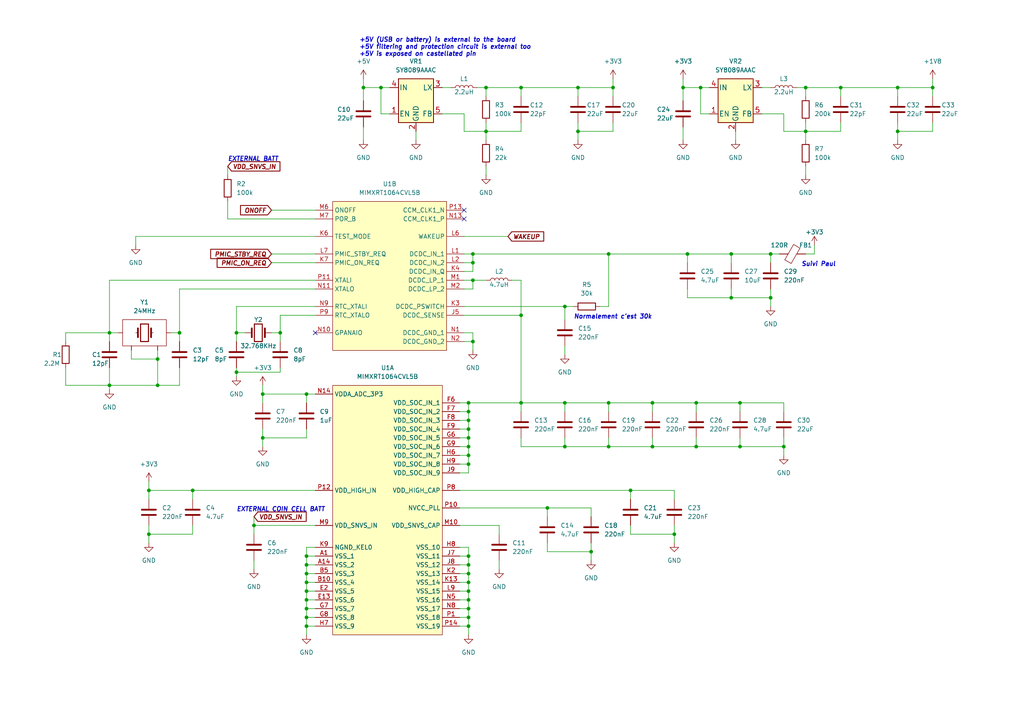
<source format=kicad_sch>
(kicad_sch (version 20211123) (generator eeschema)
  (paper "A4")
  (title_block (title "Power") (date "2023-05-12") (rev "0"))
  (junction (at 140.97 25.4))
  (junction (at 158.75 147.32))
  (junction (at 88.9 171.45))
  (junction (at 135.89 176.53))
  (junction (at 135.89 132.08))
  (junction (at 233.68 38.1))
  (junction (at 260.35 25.4))
  (junction (at 68.58 96.52))
  (junction (at 31.75 96.52))
  (junction (at 189.23 116.84))
  (junction (at 135.89 179.07))
  (junction (at 105.41 25.4))
  (junction (at 151.13 91.44))
  (junction (at 135.89 121.92))
  (junction (at 55.88 142.24))
  (junction (at 201.93 129.54))
  (junction (at 163.83 88.9))
  (junction (at 88.9 173.99))
  (junction (at 135.89 127))
  (junction (at 176.53 129.54))
  (junction (at 135.89 129.54))
  (junction (at 45.72 104.14))
  (junction (at 52.07 96.52))
  (junction (at 68.58 107.95))
  (junction (at 198.12 25.4))
  (junction (at 45.72 111.76))
  (junction (at 171.45 160.02))
  (junction (at 88.9 179.07))
  (junction (at 189.23 129.54))
  (junction (at 270.51 25.4))
  (junction (at 76.2 114.3))
  (junction (at 135.89 124.46))
  (junction (at 176.53 73.66))
  (junction (at 88.9 168.91))
  (junction (at 135.89 163.83))
  (junction (at 243.84 25.4))
  (junction (at 88.9 166.37))
  (junction (at 110.49 25.4))
  (junction (at 137.16 76.2))
  (junction (at 73.66 152.4))
  (junction (at 31.75 111.76))
  (junction (at 76.2 127))
  (junction (at 88.9 181.61))
  (junction (at 151.13 25.4))
  (junction (at 212.09 86.36))
  (junction (at 88.9 163.83))
  (junction (at 203.2 25.4))
  (junction (at 223.52 86.36))
  (junction (at 177.8 25.4))
  (junction (at 81.28 96.52))
  (junction (at 135.89 166.37))
  (junction (at 214.63 129.54))
  (junction (at 163.83 116.84))
  (junction (at 176.53 116.84))
  (junction (at 43.18 142.24))
  (junction (at 135.89 173.99))
  (junction (at 43.18 154.94))
  (junction (at 135.89 116.84))
  (junction (at 137.16 73.66))
  (junction (at 214.63 116.84))
  (junction (at 167.64 25.4))
  (junction (at 137.16 99.06))
  (junction (at 135.89 134.62))
  (junction (at 135.89 171.45))
  (junction (at 163.83 129.54))
  (junction (at 260.35 38.1))
  (junction (at 167.64 38.1))
  (junction (at 135.89 181.61))
  (junction (at 140.97 38.1))
  (junction (at 223.52 73.66))
  (junction (at 88.9 161.29))
  (junction (at 151.13 116.84))
  (junction (at 137.16 81.28))
  (junction (at 88.9 114.3))
  (junction (at 233.68 25.4))
  (junction (at 135.89 161.29))
  (junction (at 135.89 168.91))
  (junction (at 195.58 154.94))
  (junction (at 135.89 119.38))
  (junction (at 227.33 129.54))
  (junction (at 182.88 142.24))
  (junction (at 201.93 116.84))
  (junction (at 88.9 176.53))
  (junction (at 212.09 73.66))
  (junction (at 199.39 73.66))
  (no_connect (at 134.62 63.5))
  (no_connect (at 134.62 60.96))
  (no_connect (at 91.44 96.52))
  (wire (pts (xy 212.09 73.66) (xy 199.39 73.66)))
  (wire (pts (xy 91.44 68.58) (xy 39.37 68.58)))
  (wire (pts (xy 76.2 127) (xy 88.9 127)))
  (wire (pts (xy 133.35 176.53) (xy 135.89 176.53)))
  (wire (pts (xy 88.9 114.3) (xy 88.9 116.84)))
  (wire (pts (xy 227.33 33.02) (xy 227.33 38.1)))
  (wire (pts (xy 151.13 127) (xy 151.13 129.54)))
  (wire (pts (xy 260.35 38.1) (xy 270.51 38.1)))
  (wire (pts (xy 133.35 127) (xy 135.89 127)))
  (wire (pts (xy 176.53 73.66) (xy 199.39 73.66)))
  (wire (pts (xy 176.53 116.84) (xy 189.23 116.84)))
  (wire (pts (xy 68.58 96.52) (xy 68.58 88.9)))
  (wire (pts (xy 73.66 162.56) (xy 73.66 165.1)))
  (wire (pts (xy 45.72 111.76) (xy 52.07 111.76)))
  (wire (pts (xy 151.13 91.44) (xy 151.13 81.28)))
  (wire (pts (xy 133.35 121.92) (xy 135.89 121.92)))
  (wire (pts (xy 223.52 86.36) (xy 223.52 88.9)))
  (wire (pts (xy 176.53 116.84) (xy 176.53 119.38)))
  (wire (pts (xy 88.9 168.91) (xy 91.44 168.91)))
  (wire (pts (xy 55.88 152.4) (xy 55.88 154.94)))
  (wire (pts (xy 133.35 124.46) (xy 135.89 124.46)))
  (wire (pts (xy 177.8 38.1) (xy 177.8 35.56)))
  (wire (pts (xy 137.16 78.74) (xy 137.16 76.2)))
  (wire (pts (xy 171.45 147.32) (xy 171.45 149.86)))
  (wire (pts (xy 135.89 158.75) (xy 135.89 161.29)))
  (wire (pts (xy 133.35 173.99) (xy 135.89 173.99)))
  (wire (pts (xy 140.97 38.1) (xy 140.97 40.64)))
  (wire (pts (xy 88.9 181.61) (xy 88.9 184.15)))
  (wire (pts (xy 137.16 96.52) (xy 137.16 99.06)))
  (wire (pts (xy 135.89 163.83) (xy 135.89 166.37)))
  (wire (pts (xy 88.9 168.91) (xy 88.9 166.37)))
  (wire (pts (xy 158.75 147.32) (xy 171.45 147.32)))
  (wire (pts (xy 236.22 71.12) (xy 236.22 73.66)))
  (wire (pts (xy 195.58 154.94) (xy 195.58 152.4)))
  (wire (pts (xy 177.8 22.86) (xy 177.8 25.4)))
  (wire (pts (xy 260.35 27.94) (xy 260.35 25.4)))
  (wire (pts (xy 55.88 154.94) (xy 43.18 154.94)))
  (wire (pts (xy 81.28 96.52) (xy 81.28 91.44)))
  (wire (pts (xy 133.35 129.54) (xy 135.89 129.54)))
  (wire (pts (xy 133.35 168.91) (xy 135.89 168.91)))
  (wire (pts (xy 220.98 25.4) (xy 223.52 25.4)))
  (wire (pts (xy 163.83 100.33) (xy 163.83 102.87)))
  (wire (pts (xy 66.04 63.5) (xy 66.04 58.42)))
  (wire (pts (xy 73.66 152.4) (xy 73.66 154.94)))
  (wire (pts (xy 66.04 48.26) (xy 66.04 50.8)))
  (wire (pts (xy 243.84 35.56) (xy 243.84 38.1)))
  (wire (pts (xy 214.63 116.84) (xy 227.33 116.84)))
  (wire (pts (xy 120.65 38.1) (xy 120.65 40.64)))
  (wire (pts (xy 171.45 160.02) (xy 171.45 157.48)))
  (wire (pts (xy 144.78 152.4) (xy 144.78 154.94)))
  (wire (pts (xy 243.84 38.1) (xy 233.68 38.1)))
  (wire (pts (xy 31.75 96.52) (xy 34.29 96.52)))
  (wire (pts (xy 214.63 129.54) (xy 227.33 129.54)))
  (wire (pts (xy 199.39 76.2) (xy 199.39 73.66)))
  (wire (pts (xy 43.18 154.94) (xy 43.18 157.48)))
  (wire (pts (xy 189.23 116.84) (xy 201.93 116.84)))
  (wire (pts (xy 68.58 107.95) (xy 68.58 109.22)))
  (wire (pts (xy 201.93 116.84) (xy 214.63 116.84)))
  (wire (pts (xy 212.09 86.36) (xy 223.52 86.36)))
  (wire (pts (xy 133.35 152.4) (xy 144.78 152.4)))
  (wire (pts (xy 189.23 129.54) (xy 201.93 129.54)))
  (wire (pts (xy 88.9 171.45) (xy 88.9 168.91)))
  (wire (pts (xy 45.72 104.14) (xy 45.72 111.76)))
  (wire (pts (xy 213.36 38.1) (xy 213.36 40.64)))
  (wire (pts (xy 133.35 119.38) (xy 135.89 119.38)))
  (wire (pts (xy 176.53 127) (xy 176.53 129.54)))
  (wire (pts (xy 163.83 127) (xy 163.83 129.54)))
  (wire (pts (xy 151.13 129.54) (xy 163.83 129.54)))
  (wire (pts (xy 163.83 129.54) (xy 176.53 129.54)))
  (wire (pts (xy 135.89 179.07) (xy 135.89 181.61)))
  (wire (pts (xy 76.2 111.76) (xy 76.2 114.3)))
  (wire (pts (xy 201.93 127) (xy 201.93 129.54)))
  (wire (pts (xy 135.89 129.54) (xy 135.89 132.08)))
  (wire (pts (xy 151.13 25.4) (xy 140.97 25.4)))
  (wire (pts (xy 177.8 25.4) (xy 167.64 25.4)))
  (wire (pts (xy 227.33 38.1) (xy 233.68 38.1)))
  (wire (pts (xy 88.9 158.75) (xy 91.44 158.75)))
  (wire (pts (xy 220.98 33.02) (xy 227.33 33.02)))
  (wire (pts (xy 227.33 129.54) (xy 227.33 127)))
  (wire (pts (xy 167.64 38.1) (xy 167.64 40.64)))
  (wire (pts (xy 135.89 176.53) (xy 135.89 179.07)))
  (wire (pts (xy 52.07 96.52) (xy 52.07 99.06)))
  (wire (pts (xy 52.07 106.68) (xy 52.07 111.76)))
  (wire (pts (xy 91.44 63.5) (xy 66.04 63.5)))
  (wire (pts (xy 223.52 86.36) (xy 223.52 83.82)))
  (wire (pts (xy 135.89 127) (xy 135.89 129.54)))
  (wire (pts (xy 214.63 116.84) (xy 214.63 119.38)))
  (wire (pts (xy 105.41 29.21) (xy 105.41 25.4)))
  (wire (pts (xy 81.28 96.52) (xy 81.28 99.06)))
  (wire (pts (xy 135.89 116.84) (xy 151.13 116.84)))
  (wire (pts (xy 176.53 129.54) (xy 189.23 129.54)))
  (wire (pts (xy 182.88 154.94) (xy 195.58 154.94)))
  (wire (pts (xy 233.68 73.66) (xy 236.22 73.66)))
  (wire (pts (xy 134.62 38.1) (xy 140.97 38.1)))
  (wire (pts (xy 105.41 22.86) (xy 105.41 25.4)))
  (wire (pts (xy 135.89 134.62) (xy 135.89 132.08)))
  (wire (pts (xy 260.35 35.56) (xy 260.35 38.1)))
  (wire (pts (xy 205.74 33.02) (xy 203.2 33.02)))
  (wire (pts (xy 199.39 86.36) (xy 212.09 86.36)))
  (wire (pts (xy 171.45 160.02) (xy 171.45 162.56)))
  (wire (pts (xy 203.2 25.4) (xy 205.74 25.4)))
  (wire (pts (xy 88.9 171.45) (xy 91.44 171.45)))
  (wire (pts (xy 135.89 168.91) (xy 135.89 171.45)))
  (wire (pts (xy 135.89 124.46) (xy 135.89 127)))
  (wire (pts (xy 68.58 106.68) (xy 68.58 107.95)))
  (wire (pts (xy 52.07 96.52) (xy 52.07 83.82)))
  (wire (pts (xy 38.1 101.6) (xy 38.1 104.14)))
  (wire (pts (xy 148.59 81.28) (xy 151.13 81.28)))
  (wire (pts (xy 137.16 83.82) (xy 137.16 81.28)))
  (wire (pts (xy 151.13 116.84) (xy 163.83 116.84)))
  (wire (pts (xy 223.52 73.66) (xy 226.06 73.66)))
  (wire (pts (xy 158.75 147.32) (xy 158.75 149.86)))
  (wire (pts (xy 19.05 111.76) (xy 31.75 111.76)))
  (wire (pts (xy 88.9 181.61) (xy 88.9 179.07)))
  (wire (pts (xy 110.49 25.4) (xy 113.03 25.4)))
  (wire (pts (xy 88.9 161.29) (xy 91.44 161.29)))
  (wire (pts (xy 76.2 127) (xy 76.2 129.54)))
  (wire (pts (xy 151.13 119.38) (xy 151.13 116.84)))
  (wire (pts (xy 135.89 119.38) (xy 135.89 121.92)))
  (wire (pts (xy 167.64 38.1) (xy 177.8 38.1)))
  (wire (pts (xy 133.35 179.07) (xy 135.89 179.07)))
  (wire (pts (xy 198.12 36.83) (xy 198.12 40.64)))
  (wire (pts (xy 137.16 73.66) (xy 137.16 76.2)))
  (wire (pts (xy 227.33 116.84) (xy 227.33 119.38)))
  (wire (pts (xy 133.35 137.16) (xy 135.89 137.16)))
  (wire (pts (xy 133.35 158.75) (xy 135.89 158.75)))
  (wire (pts (xy 133.35 147.32) (xy 158.75 147.32)))
  (wire (pts (xy 231.14 25.4) (xy 233.68 25.4)))
  (wire (pts (xy 135.89 171.45) (xy 135.89 173.99)))
  (wire (pts (xy 31.75 96.52) (xy 31.75 99.06)))
  (wire (pts (xy 128.27 25.4) (xy 130.81 25.4)))
  (wire (pts (xy 198.12 22.86) (xy 198.12 25.4)))
  (wire (pts (xy 135.89 116.84) (xy 135.89 119.38)))
  (wire (pts (xy 151.13 27.94) (xy 151.13 25.4)))
  (wire (pts (xy 133.35 116.84) (xy 135.89 116.84)))
  (wire (pts (xy 134.62 78.74) (xy 137.16 78.74)))
  (wire (pts (xy 135.89 137.16) (xy 135.89 134.62)))
  (wire (pts (xy 133.35 163.83) (xy 135.89 163.83)))
  (wire (pts (xy 134.62 81.28) (xy 137.16 81.28)))
  (wire (pts (xy 31.75 96.52) (xy 31.75 81.28)))
  (wire (pts (xy 88.9 176.53) (xy 88.9 173.99)))
  (wire (pts (xy 78.74 96.52) (xy 81.28 96.52)))
  (wire (pts (xy 182.88 142.24) (xy 182.88 144.78)))
  (wire (pts (xy 133.35 142.24) (xy 182.88 142.24)))
  (wire (pts (xy 81.28 106.68) (xy 81.28 107.95)))
  (wire (pts (xy 88.9 127) (xy 88.9 124.46)))
  (wire (pts (xy 138.43 25.4) (xy 140.97 25.4)))
  (wire (pts (xy 137.16 99.06) (xy 137.16 101.6)))
  (wire (pts (xy 140.97 48.26) (xy 140.97 50.8)))
  (wire (pts (xy 158.75 160.02) (xy 171.45 160.02)))
  (wire (pts (xy 163.83 116.84) (xy 163.83 119.38)))
  (wire (pts (xy 158.75 157.48) (xy 158.75 160.02)))
  (wire (pts (xy 163.83 88.9) (xy 166.37 88.9)))
  (wire (pts (xy 133.35 171.45) (xy 135.89 171.45)))
  (wire (pts (xy 133.35 134.62) (xy 135.89 134.62)))
  (wire (pts (xy 19.05 106.68) (xy 19.05 111.76)))
  (wire (pts (xy 55.88 142.24) (xy 91.44 142.24)))
  (wire (pts (xy 223.52 73.66) (xy 212.09 73.66)))
  (wire (pts (xy 31.75 81.28) (xy 91.44 81.28)))
  (wire (pts (xy 151.13 38.1) (xy 140.97 38.1)))
  (wire (pts (xy 198.12 25.4) (xy 203.2 25.4)))
  (wire (pts (xy 270.51 38.1) (xy 270.51 35.56)))
  (wire (pts (xy 167.64 27.94) (xy 167.64 25.4)))
  (wire (pts (xy 88.9 173.99) (xy 91.44 173.99)))
  (wire (pts (xy 133.35 161.29) (xy 135.89 161.29)))
  (wire (pts (xy 81.28 91.44) (xy 91.44 91.44)))
  (wire (pts (xy 137.16 81.28) (xy 140.97 81.28)))
  (wire (pts (xy 19.05 96.52) (xy 19.05 99.06)))
  (wire (pts (xy 260.35 25.4) (xy 243.84 25.4)))
  (wire (pts (xy 144.78 162.56) (xy 144.78 165.1)))
  (wire (pts (xy 167.64 25.4) (xy 151.13 25.4)))
  (wire (pts (xy 133.35 132.08) (xy 135.89 132.08)))
  (wire (pts (xy 88.9 179.07) (xy 91.44 179.07)))
  (wire (pts (xy 31.75 111.76) (xy 31.75 113.03)))
  (wire (pts (xy 163.83 88.9) (xy 163.83 92.71)))
  (wire (pts (xy 140.97 38.1) (xy 140.97 35.56)))
  (wire (pts (xy 43.18 144.78) (xy 43.18 142.24)))
  (wire (pts (xy 110.49 33.02) (xy 110.49 25.4)))
  (wire (pts (xy 133.35 166.37) (xy 135.89 166.37)))
  (wire (pts (xy 76.2 116.84) (xy 76.2 114.3)))
  (wire (pts (xy 134.62 73.66) (xy 137.16 73.66)))
  (wire (pts (xy 88.9 163.83) (xy 91.44 163.83)))
  (wire (pts (xy 45.72 101.6) (xy 45.72 104.14)))
  (wire (pts (xy 128.27 33.02) (xy 134.62 33.02)))
  (wire (pts (xy 167.64 35.56) (xy 167.64 38.1)))
  (wire (pts (xy 214.63 127) (xy 214.63 129.54)))
  (wire (pts (xy 233.68 38.1) (xy 233.68 35.56)))
  (wire (pts (xy 31.75 96.52) (xy 19.05 96.52)))
  (wire (pts (xy 198.12 29.21) (xy 198.12 25.4)))
  (wire (pts (xy 52.07 83.82) (xy 91.44 83.82)))
  (wire (pts (xy 270.51 22.86) (xy 270.51 25.4)))
  (wire (pts (xy 151.13 35.56) (xy 151.13 38.1)))
  (wire (pts (xy 151.13 91.44) (xy 151.13 116.84)))
  (wire (pts (xy 195.58 154.94) (xy 195.58 157.48)))
  (wire (pts (xy 134.62 68.58) (xy 147.32 68.58)))
  (wire (pts (xy 71.12 96.52) (xy 68.58 96.52)))
  (wire (pts (xy 113.03 33.02) (xy 110.49 33.02)))
  (wire (pts (xy 134.62 76.2) (xy 137.16 76.2)))
  (wire (pts (xy 73.66 149.86) (xy 73.66 152.4)))
  (wire (pts (xy 135.89 181.61) (xy 135.89 184.15)))
  (wire (pts (xy 134.62 33.02) (xy 134.62 38.1)))
  (wire (pts (xy 105.41 25.4) (xy 110.49 25.4)))
  (wire (pts (xy 182.88 152.4) (xy 182.88 154.94)))
  (wire (pts (xy 260.35 38.1) (xy 260.35 40.64)))
  (wire (pts (xy 212.09 76.2) (xy 212.09 73.66)))
  (wire (pts (xy 163.83 116.84) (xy 176.53 116.84)))
  (wire (pts (xy 173.99 88.9) (xy 176.53 88.9)))
  (wire (pts (xy 68.58 96.52) (xy 68.58 99.06)))
  (wire (pts (xy 88.9 166.37) (xy 91.44 166.37)))
  (wire (pts (xy 31.75 106.68) (xy 31.75 111.76)))
  (wire (pts (xy 38.1 104.14) (xy 45.72 104.14)))
  (wire (pts (xy 182.88 142.24) (xy 195.58 142.24)))
  (wire (pts (xy 212.09 83.82) (xy 212.09 86.36)))
  (wire (pts (xy 201.93 129.54) (xy 214.63 129.54)))
  (wire (pts (xy 43.18 154.94) (xy 43.18 152.4)))
  (wire (pts (xy 81.28 107.95) (xy 68.58 107.95)))
  (wire (pts (xy 233.68 27.94) (xy 233.68 25.4)))
  (wire (pts (xy 78.74 60.96) (xy 91.44 60.96)))
  (wire (pts (xy 134.62 83.82) (xy 137.16 83.82)))
  (wire (pts (xy 134.62 99.06) (xy 137.16 99.06)))
  (wire (pts (xy 270.51 25.4) (xy 260.35 25.4)))
  (wire (pts (xy 270.51 27.94) (xy 270.51 25.4)))
  (wire (pts (xy 135.89 181.61) (xy 133.35 181.61)))
  (wire (pts (xy 201.93 116.84) (xy 201.93 119.38)))
  (wire (pts (xy 39.37 68.58) (xy 39.37 71.12)))
  (wire (pts (xy 135.89 161.29) (xy 135.89 163.83)))
  (wire (pts (xy 134.62 91.44) (xy 151.13 91.44)))
  (wire (pts (xy 88.9 173.99) (xy 88.9 171.45)))
  (wire (pts (xy 88.9 166.37) (xy 88.9 163.83)))
  (wire (pts (xy 243.84 25.4) (xy 233.68 25.4)))
  (wire (pts (xy 189.23 127) (xy 189.23 129.54)))
  (wire (pts (xy 68.58 88.9) (xy 91.44 88.9)))
  (wire (pts (xy 134.62 96.52) (xy 137.16 96.52)))
  (wire (pts (xy 88.9 161.29) (xy 88.9 158.75)))
  (wire (pts (xy 135.89 173.99) (xy 135.89 176.53)))
  (wire (pts (xy 49.53 96.52) (xy 52.07 96.52)))
  (wire (pts (xy 31.75 111.76) (xy 45.72 111.76)))
  (wire (pts (xy 199.39 83.82) (xy 199.39 86.36)))
  (wire (pts (xy 43.18 142.24) (xy 55.88 142.24)))
  (wire (pts (xy 195.58 142.24) (xy 195.58 144.78)))
  (wire (pts (xy 78.74 76.2) (xy 91.44 76.2)))
  (wire (pts (xy 243.84 27.94) (xy 243.84 25.4)))
  (wire (pts (xy 55.88 142.24) (xy 55.88 144.78)))
  (wire (pts (xy 233.68 48.26) (xy 233.68 50.8)))
  (wire (pts (xy 88.9 163.83) (xy 88.9 161.29)))
  (wire (pts (xy 88.9 114.3) (xy 91.44 114.3)))
  (wire (pts (xy 176.53 73.66) (xy 176.53 88.9)))
  (wire (pts (xy 78.74 73.66) (xy 91.44 73.66)))
  (wire (pts (xy 203.2 33.02) (xy 203.2 25.4)))
  (wire (pts (xy 189.23 116.84) (xy 189.23 119.38)))
  (wire (pts (xy 88.9 179.07) (xy 88.9 176.53)))
  (wire (pts (xy 177.8 27.94) (xy 177.8 25.4)))
  (wire (pts (xy 233.68 38.1) (xy 233.68 40.64)))
  (wire (pts (xy 76.2 124.46) (xy 76.2 127)))
  (wire (pts (xy 76.2 114.3) (xy 88.9 114.3)))
  (wire (pts (xy 135.89 121.92) (xy 135.89 124.46)))
  (wire (pts (xy 137.16 73.66) (xy 176.53 73.66)))
  (wire (pts (xy 88.9 176.53) (xy 91.44 176.53)))
  (wire (pts (xy 227.33 129.54) (xy 227.33 132.08)))
  (wire (pts (xy 223.52 76.2) (xy 223.52 73.66)))
  (wire (pts (xy 134.62 88.9) (xy 163.83 88.9)))
  (wire (pts (xy 43.18 139.7) (xy 43.18 142.24)))
  (wire (pts (xy 91.44 152.4) (xy 73.66 152.4)))
  (wire (pts (xy 140.97 27.94) (xy 140.97 25.4)))
  (wire (pts (xy 135.89 166.37) (xy 135.89 168.91)))
  (wire (pts (xy 91.44 181.61) (xy 88.9 181.61)))
  (wire (pts (xy 105.41 36.83) (xy 105.41 40.64)))
  (text "+5V (USB or battery) is external to the board\n+5V filtering and protection circuit is external too\n+5V is exposed on castellated pin" (at 104.14 16.51 0) (effects (font (size 1.27 1.27) bold italic) (justify left bottom)))
  (text "Normalement c'est 30k" (at 166.37 92.71 0) (effects (font (size 1.27 1.27) bold italic) (justify left bottom)))
  (text "Suivi Paul" (at 232.41 77.47 0) (effects (font (size 1.27 1.27) bold italic) (justify left bottom)))
  (text "EXTERNAL BATT" (at 66.04 46.99 0) (effects (font (size 1.27 1.27) (thickness 0.254) bold italic) (justify left bottom)))
  (text "EXTERNAL COIN CELL BATT" (at 68.58 148.59 0) (effects (font (size 1.27 1.27) (thickness 0.254) bold italic) (justify left bottom)))
  (global_label "PMIC_ON_REQ" (shape input) (at 78.74 76.2 180) (effects (font bold italic)) (property "Intersheet References" "${INTERSHEET_REFS}" (effects hide)))
  (global_label "WAKEUP" (shape input) (at 147.32 68.58 0) (effects (font bold italic)) (property "Intersheet References" "${INTERSHEET_REFS}" (effects hide)))
  (global_label "VDD_SNVS_IN" (shape input) (at 73.66 149.86 0) (effects (font bold italic)) (property "Intersheet References" "${INTERSHEET_REFS}" (effects hide)))
  (global_label "ONOFF" (shape input) (at 78.74 60.96 180) (effects (font bold italic)) (property "Intersheet References" "${INTERSHEET_REFS}" (effects hide)))
  (global_label "PMIC_STBY_REQ" (shape input) (at 78.74 73.66 180) (effects (font bold italic)) (property "Intersheet References" "${INTERSHEET_REFS}" (effects hide)))
  (global_label "VDD_SNVS_IN" (shape input) (at 66.04 48.26 0) (effects (font bold italic)) (property "Intersheet References" "${INTERSHEET_REFS}" (effects hide)))
  (symbol (lib_id "MIMXRT1064 MCU Module:CL05A105KA5NQNC") (at 88.9 120.65 0) (unit 1)
    (property "Reference" "C9" (at 92.71 119.3799 0) (effects (justify left)))
    (property "Value" "1uF" (at 92.71 121.9199 0) (effects (justify left)))
    (property "Footprint" "MIMXRT1064 MCU Module:0402_CL05A105KA5NQNC" (effects hide))
  )
  (symbol (lib_id "power:GND") (at 223.52 88.9 0) (unit 1)
    (property "Reference" "#PWR025" (effects hide))
    (property "Value" "GND" (at 223.52 93.98 0))
  )
  (symbol (lib_id "MIMXRT1064 MCU Module:CL05B224KO5NNNC") (at 171.45 153.67 0) (unit 1)
    (property "Reference" "C18" (at 175.26 152.3999 0) (effects (justify left)))
    (property "Value" "220nF" (at 175.26 154.9399 0) (effects (justify left)))
    (property "Footprint" "MIMXRT1064 MCU Module:0402_CL05B224KO5NNNC" (effects hide))
  )
  (symbol (lib_id "power:+3V3") (at 76.2 111.76 0) (unit 1)
    (property "Reference" "#PWR07" (effects hide))
    (property "Value" "+3V3" (at 76.2 106.68 0))
  )
  (symbol (lib_id "MIMXRT1064 MCU Module:0402WGF1003TCE") (at 233.68 44.45 0) (unit 1)
    (property "Reference" "R7" (at 236.22 43.1799 0) (effects (justify left)))
    (property "Value" "100k" (at 236.22 45.7199 0) (effects (justify left)))
    (property "Footprint" "MIMXRT1064 MCU Module:0402WGF1003TCE" (effects hide))
  )
  (symbol (lib_id "power:GND") (at 31.75 113.03 0) (unit 1)
    (property "Reference" "#PWR01" (effects hide))
    (property "Value" "GND" (at 31.75 118.11 0))
  )
  (symbol (lib_id "MIMXRT1064 MCU Module:CL10A226MQ8NRNC") (at 260.35 31.75 0) (unit 1)
    (property "Reference" "C32" (at 262.89 30.48 0) (effects (justify left)))
    (property "Value" "22uF" (at 262.89 33.02 0) (effects (justify left)))
    (property "Footprint" "MIMXRT1064 MCU Module:0603_CL10A226MQ8NRNC" (effects hide))
  )
  (symbol (lib_id "power:GND") (at 260.35 40.64 0) (unit 1)
    (property "Reference" "#PWR029" (effects hide))
    (property "Value" "GND" (at 260.35 45.72 0))
  )
  (symbol (lib_id "MIMXRT1064 MCU Module:0402WGF1003TCE") (at 66.04 54.61 0) (unit 1)
    (property "Reference" "R2" (at 68.58 53.3399 0) (effects (justify left)))
    (property "Value" "100k" (at 68.58 55.88 0) (effects (justify left)))
    (property "Footprint" "MIMXRT1064 MCU Module:0402WGF1003TCE" (effects hide))
  )
  (symbol (lib_id "MIMXRT1064 MCU Module:BLM18AG121SN1D") (at 229.87 73.66 90) (unit 1)
    (property "Reference" "FB1" (at 233.68 71.12 90))
    (property "Value" "120R" (at 226.06 71.12 90))
    (property "Footprint" "MIMXRT1064 MCU Module:0603_BLM18AG121SN1D" (effects hide))
  )
  (symbol (lib_id "MIMXRT1064 MCU Module:GRM1555C1H120GA01D") (at 31.75 102.87 0) (unit 1)
    (property "Reference" "C1" (at 26.67 102.87 0) (effects (justify left)))
    (property "Value" "12pF" (at 26.67 105.41 0) (effects (justify left)))
    (property "Footprint" "MIMXRT1064 MCU Module:0402_GRM1555C1H120GA01D" (effects hide))
  )
  (symbol (lib_id "MIMXRT1064 MCU Module:X201232768KJD2SI") (at 74.93 96.52 0) (unit 1)
    (property "Reference" "Y2" (at 74.93 92.71 0))
    (property "Value" "32.768KHz" (at 74.93 100.33 0))
    (property "Footprint" "MIMXRT1064 MCU Module:X201232768KJD2SI" (effects hide))
  )
  (symbol (lib_id "power:+3V3") (at 177.8 22.86 0) (unit 1)
    (property "Reference" "#PWR020" (effects hide))
    (property "Value" "+3V3" (at 177.8 17.78 0))
  )
  (symbol (lib_id "MIMXRT1064 MCU Module:CL10A226MQ8NRNC") (at 167.64 31.75 0) (unit 1)
    (property "Reference" "C17" (at 170.18 30.48 0) (effects (justify left)))
    (property "Value" "22uF" (at 170.18 33.02 0) (effects (justify left)))
    (property "Footprint" "MIMXRT1064 MCU Module:0603_CL10A226MQ8NRNC" (effects hide))
  )
  (symbol (lib_id "MIMXRT1064 MCU Module:CL05B224KO5NNNC") (at 163.83 123.19 0) (unit 1)
    (property "Reference" "C16" (at 167.64 121.9199 0) (effects (justify left)))
    (property "Value" "220nF" (at 167.64 124.4599 0) (effects (justify left)))
    (property "Footprint" "MIMXRT1064 MCU Module:0402_CL05B224KO5NNNC" (effects hide))
  )
  (symbol (lib_id "MIMXRT1064 MCU Module:CL05A475MP5NRNC") (at 182.88 148.59 0) (unit 1)
    (property "Reference" "C21" (at 186.69 147.3199 0) (effects (justify left)))
    (property "Value" "4.7uF" (at 186.69 149.8599 0) (effects (justify left)))
    (property "Footprint" "MIMXRT1064 MCU Module:0402_CL05A475MP5NRNC" (effects hide))
  )
  (symbol (lib_id "power:GND") (at 140.97 50.8 0) (unit 1)
    (property "Reference" "#PWR015" (effects hide))
    (property "Value" "GND" (at 140.97 55.88 0))
  )
  (symbol (lib_id "MIMXRT1064 MCU Module:GCM1555C1H8R0DA16D") (at 81.28 102.87 0) (unit 1)
    (property "Reference" "C8" (at 85.09 101.5999 0) (effects (justify left)))
    (property "Value" "8pF" (at 85.09 104.1399 0) (effects (justify left)))
    (property "Footprint" "MIMXRT1064 MCU Module:0402_GCM1555C1H8R0DA16D" (effects hide))
  )
  (symbol (lib_id "power:GND") (at 76.2 129.54 0) (unit 1)
    (property "Reference" "#PWR08" (effects hide))
    (property "Value" "GND" (at 76.2 134.62 0))
  )
  (symbol (lib_id "MIMXRT1064 MCU Module:CL05B224KO5NNNC") (at 151.13 123.19 0) (unit 1)
    (property "Reference" "C13" (at 154.94 121.9199 0) (effects (justify left)))
    (property "Value" "220nF" (at 154.94 124.4599 0) (effects (justify left)))
    (property "Footprint" "MIMXRT1064 MCU Module:0402_CL05B224KO5NNNC" (effects hide))
  )
  (symbol (lib_id "power:GND") (at 88.9 184.15 0) (unit 1)
    (property "Reference" "#PWR09" (effects hide))
    (property "Value" "GND" (at 88.9 189.23 0))
  )
  (symbol (lib_id "MIMXRT1064 MCU Module:0402CG220J500NT") (at 243.84 31.75 0) (unit 1)
    (property "Reference" "C31" (at 246.38 30.48 0) (effects (justify left)))
    (property "Value" "22pF" (at 246.38 33.02 0) (effects (justify left)))
    (property "Footprint" "MIMXRT1064 MCU Module:0402CG220J500NT" (effects hide))
  )
  (symbol (lib_id "power:+3V3") (at 43.18 139.7 0) (unit 1)
    (property "Reference" "#PWR03" (effects hide))
    (property "Value" "+3V3" (at 43.18 134.62 0))
  )
  (symbol (lib_id "MIMXRT1064 MCU Module:TC0225F3002TCE") (at 170.18 88.9 90) (unit 1)
    (property "Reference" "R5" (at 170.18 82.55 90))
    (property "Value" "30k" (at 170.18 85.09 90))
    (property "Footprint" "MIMXRT1064 MCU Module:TC0225F3002TCE" (effects hide))
  )
  (symbol (lib_id "MIMXRT1064 MCU Module:CD32YP0302-2R2M") (at 134.62 25.4 0) (unit 1)
    (property "Reference" "L1" (at 134.62 22.86 0))
    (property "Value" "2.2uH" (at 134.62 26.67 0))
    (property "Footprint" "MIMXRT1064 MCU Module:CD32YP0302-2R2M_SMD3.5x3x2.1mm" (effects hide))
  )
  (symbol (lib_id "power:GND") (at 198.12 40.64 0) (unit 1)
    (property "Reference" "#PWR023" (effects hide))
    (property "Value" "GND" (at 198.12 45.72 0))
  )
  (symbol (lib_id "MIMXRT1064 MCU Module:CL05B224KO5NNNC") (at 76.2 120.65 0) (unit 1)
    (property "Reference" "C7" (at 80.01 119.3799 0) (effects (justify left)))
    (property "Value" "220nF" (at 80.01 121.9199 0) (effects (justify left)))
    (property "Footprint" "MIMXRT1064 MCU Module:0402_CL05B224KO5NNNC" (effects hide))
  )
  (symbol (lib_id "power:GND") (at 39.37 71.12 0) (unit 1)
    (property "Reference" "#PWR02" (effects hide))
    (property "Value" "GND" (at 39.37 76.2 0))
  )
  (symbol (lib_id "power:GND") (at 167.64 40.64 0) (unit 1)
    (property "Reference" "#PWR018" (effects hide))
    (property "Value" "GND" (at 167.64 45.72 0))
  )
  (symbol (lib_id "MIMXRT1064 MCU Module:0402WGF1003TCE") (at 140.97 31.75 0) (unit 1)
    (property "Reference" "R3" (at 143.51 30.4799 0) (effects (justify left)))
    (property "Value" "100k" (at 143.51 33.0199 0) (effects (justify left)))
    (property "Footprint" "MIMXRT1064 MCU Module:0402WGF1003TCE" (effects hide))
  )
  (symbol (lib_id "MIMXRT1064 MCU Module:SY8089AAAC") (at 213.36 29.21 0) (unit 1)
    (property "Reference" "VR2" (at 213.36 17.78 0))
    (property "Value" "SY8089AAAC" (at 213.36 20.32 0))
    (property "Footprint" "MIMXRT1064 MCU Module:SY8089AAAC_SOT-23-5" (effects hide))
  )
  (symbol (lib_id "MIMXRT1064 MCU Module:GRM1555C1H120GA01D") (at 52.07 102.87 0) (unit 1)
    (property "Reference" "C3" (at 55.88 101.5999 0) (effects (justify left)))
    (property "Value" "12pF" (at 55.88 104.1399 0) (effects (justify left)))
    (property "Footprint" "MIMXRT1064 MCU Module:0402_GRM1555C1H120GA01D" (effects hide))
  )
  (symbol (lib_id "MIMXRT1064 MCU Module:CL05B224KO5NNNC") (at 189.23 123.19 0) (unit 1)
    (property "Reference" "C22" (at 193.04 121.9199 0) (effects (justify left)))
    (property "Value" "220nF" (at 193.04 124.4599 0) (effects (justify left)))
    (property "Footprint" "MIMXRT1064 MCU Module:0402_CL05B224KO5NNNC" (effects hide))
  )
  (symbol (lib_id "MIMXRT1064 MCU Module:0402CG220J500NT") (at 151.13 31.75 0) (unit 1)
    (property "Reference" "C12" (at 153.67 30.48 0) (effects (justify left)))
    (property "Value" "22pF" (at 153.67 33.02 0) (effects (justify left)))
    (property "Footprint" "MIMXRT1064 MCU Module:0402CG220J500NT" (effects hide))
  )
  (symbol (lib_id "MIMXRT1064 MCU Module:0402WGF2202TCE") (at 140.97 44.45 0) (unit 1)
    (property "Reference" "R4" (at 143.51 43.1799 0) (effects (justify left)))
    (property "Value" "22k" (at 143.51 45.7199 0) (effects (justify left)))
    (property "Footprint" "MIMXRT1064 MCU Module:0402WGF2202TCE" (effects hide))
  )
  (symbol (lib_id "power:GND") (at 195.58 157.48 0) (unit 1)
    (property "Reference" "#PWR021" (effects hide))
    (property "Value" "GND" (at 195.58 162.56 0))
  )
  (symbol (lib_id "MIMXRT1064 MCU Module:GCM1555C1H8R0DA16D") (at 68.58 102.87 0) (unit 1)
    (property "Reference" "C5" (at 62.23 101.6 0) (effects (justify left)))
    (property "Value" "8pF" (at 62.23 104.14 0) (effects (justify left)))
    (property "Footprint" "MIMXRT1064 MCU Module:0402_GCM1555C1H8R0DA16D" (effects hide))
  )
  (symbol (lib_id "power:+5V") (at 105.41 22.86 0) (unit 1)
    (property "Reference" "#PWR010" (effects hide))
    (property "Value" "+5V" (at 105.41 17.78 0))
  )
  (symbol (lib_id "MIMXRT1064 MCU Module:CL10A226MQ8NRNC") (at 227.33 123.19 0) (unit 1)
    (property "Reference" "C30" (at 231.14 121.9199 0) (effects (justify left)))
    (property "Value" "22uF" (at 231.14 124.4599 0) (effects (justify left)))
    (property "Footprint" "MIMXRT1064 MCU Module:0603_CL10A226MQ8NRNC" (effects hide))
  )
  (symbol (lib_id "MIMXRT1064 MCU Module:XL7EL89CMI-111YLC-24M") (at 41.91 96.52 0) (unit 1)
    (property "Reference" "Y1" (at 41.91 87.63 0))
    (property "Value" "24MHz" (at 41.91 90.17 0))
    (property "Footprint" "MIMXRT1064 MCU Module:XL7EL89CMI-111YLC-24M" (effects hide))
  )
  (symbol (lib_id "MIMXRT1064 MCU Module:CL10A226MQ8NRNC") (at 270.51 31.75 0) (unit 1)
    (property "Reference" "C33" (at 273.05 30.48 0) (effects (justify left)))
    (property "Value" "22uF" (at 273.05 33.02 0) (effects (justify left)))
    (property "Footprint" "MIMXRT1064 MCU Module:0603_CL10A226MQ8NRNC" (effects hide))
  )
  (symbol (lib_id "power:GND") (at 163.83 102.87 0) (unit 1)
    (property "Reference" "#PWR017" (effects hide))
    (property "Value" "GND" (at 163.83 107.95 0))
  )
  (symbol (lib_id "power:GND") (at 73.66 165.1 0) (unit 1)
    (property "Reference" "#PWR06" (effects hide))
    (property "Value" "GND" (at 73.66 170.18 0))
  )
  (symbol (lib_id "MIMXRT1064 MCU Module:CL05A475MP5NRNC") (at 158.75 153.67 0) (unit 1)
    (property "Reference" "C14" (at 162.56 152.3999 0) (effects (justify left)))
    (property "Value" "4.7uF" (at 162.56 154.9399 0) (effects (justify left)))
    (property "Footprint" "MIMXRT1064 MCU Module:0402_CL05A475MP5NRNC" (effects hide))
  )
  (symbol (lib_id "power:GND") (at 137.16 101.6 0) (unit 1)
    (property "Reference" "#PWR014" (effects hide))
    (property "Value" "GND" (at 137.16 106.68 0))
  )
  (symbol (lib_id "power:GND") (at 43.18 157.48 0) (unit 1)
    (property "Reference" "#PWR04" (effects hide))
    (property "Value" "GND" (at 43.18 162.56 0))
  )
  (symbol (lib_id "MIMXRT1064 MCU Module:CD32YP0302-2R2M") (at 227.33 25.4 0) (unit 1)
    (property "Reference" "L3" (at 227.33 22.86 0))
    (property "Value" "2.2uH" (at 227.33 26.67 0))
    (property "Footprint" "MIMXRT1064 MCU Module:CD32YP0302-2R2M_SMD3.5x3x2.1mm" (effects hide))
  )
  (symbol (lib_id "power:GND") (at 68.58 109.22 0) (unit 1)
    (property "Reference" "#PWR05" (effects hide))
    (property "Value" "GND" (at 68.58 114.3 0))
  )
  (symbol (lib_id "MIMXRT1064 MCU Module:CL05B224KO5NNNC") (at 176.53 123.19 0) (unit 1)
    (property "Reference" "C19" (at 180.34 121.9199 0) (effects (justify left)))
    (property "Value" "220nF" (at 180.34 124.4599 0) (effects (justify left)))
    (property "Footprint" "MIMXRT1064 MCU Module:0402_CL05B224KO5NNNC" (effects hide))
  )
  (symbol (lib_id "MIMXRT1064 MCU Module:MIMXRT1064CVL5B") (at 113.03 78.74 0) (unit 2)
    (property "Reference" "U1" (at 113.03 53.34 0))
    (property "Value" "MIMXRT1064CVL5B" (at 113.03 55.88 0))
    (property "Footprint" "MIMXRT1064 MCU Module:MIMXRT1064CVL5B" (effects hide))
  )
  (symbol (lib_id "power:GND") (at 227.33 132.08 0) (unit 1)
    (property "Reference" "#PWR026" (effects hide))
    (property "Value" "GND" (at 227.33 137.16 0))
  )
  (symbol (lib_id "MIMXRT1064 MCU Module:CL05A475MP5NRNC") (at 214.63 123.19 0) (unit 1)
    (property "Reference" "C28" (at 218.44 121.9199 0) (effects (justify left)))
    (property "Value" "4.7uF" (at 218.44 124.4599 0) (effects (justify left)))
    (property "Footprint" "MIMXRT1064 MCU Module:0402_CL05A475MP5NRNC" (effects hide))
  )
  (symbol (lib_id "MIMXRT1064 MCU Module:CL05B224KO5NNNC") (at 195.58 148.59 0) (unit 1)
    (property "Reference" "C23" (at 199.39 147.3199 0) (effects (justify left)))
    (property "Value" "220nF" (at 199.39 149.8599 0) (effects (justify left)))
    (property "Footprint" "MIMXRT1064 MCU Module:0402_CL05B224KO5NNNC" (effects hide))
  )
  (symbol (lib_id "MIMXRT1064 MCU Module:CL10A106KP8NNNC") (at 212.09 80.01 0) (unit 1)
    (property "Reference" "C27" (at 215.9 78.7399 0) (effects (justify left)))
    (property "Value" "10uF" (at 215.9 81.2799 0) (effects (justify left)))
    (property "Footprint" "MIMXRT1064 MCU Module:0603_CL10A106KP8NNNC" (effects hide))
  )
  (symbol (lib_id "MIMXRT1064 MCU Module:SY8089AAAC") (at 120.65 29.21 0) (unit 1)
    (property "Reference" "VR1" (at 120.65 17.78 0))
    (property "Value" "SY8089AAAC" (at 120.65 20.32 0))
    (property "Footprint" "MIMXRT1064 MCU Module:SY8089AAAC_SOT-23-5" (effects hide))
  )
  (symbol (lib_id "power:GND") (at 233.68 50.8 0) (unit 1)
    (property "Reference" "#PWR027" (effects hide))
    (property "Value" "GND" (at 233.68 55.88 0))
  )
  (symbol (lib_id "MIMXRT1064 MCU Module:CL10A226MQ8NRNC") (at 177.8 31.75 0) (unit 1)
    (property "Reference" "C20" (at 180.34 30.48 0) (effects (justify left)))
    (property "Value" "22uF" (at 180.34 33.02 0) (effects (justify left)))
    (property "Footprint" "MIMXRT1064 MCU Module:0603_CL10A226MQ8NRNC" (effects hide))
  )
  (symbol (lib_id "MIMXRT1064 MCU Module:MIMXRT1064CVL5B") (at 111.76 146.05 0) (unit 1)
    (property "Reference" "U1" (at 112.395 106.68 0))
    (property "Value" "MIMXRT1064CVL5B" (at 112.395 109.22 0))
    (property "Footprint" "MIMXRT1064 MCU Module:MIMXRT1064CVL5B" (effects hide))
  )
  (symbol (lib_id "power:GND") (at 171.45 162.56 0) (unit 1)
    (property "Reference" "#PWR019" (effects hide))
    (property "Value" "GND" (at 171.45 167.64 0))
  )
  (symbol (lib_id "MIMXRT1064 MCU Module:CL05B224KO5NNNC") (at 43.18 148.59 0) (unit 1)
    (property "Reference" "C2" (at 46.99 147.3199 0) (effects (justify left)))
    (property "Value" "220nF" (at 46.99 149.8599 0) (effects (justify left)))
    (property "Footprint" "MIMXRT1064 MCU Module:0402_CL05B224KO5NNNC" (effects hide))
  )
  (symbol (lib_id "power:GND") (at 144.78 165.1 0) (unit 1)
    (property "Reference" "#PWR016" (effects hide))
    (property "Value" "GND" (at 144.78 170.18 0))
  )
  (symbol (lib_id "MIMXRT1064 MCU Module:CL05B224KO5NNNC") (at 223.52 80.01 0) (unit 1)
    (property "Reference" "C29" (at 227.33 78.7399 0) (effects (justify left)))
    (property "Value" "220nF" (at 227.33 81.2799 0) (effects (justify left)))
    (property "Footprint" "MIMXRT1064 MCU Module:0402_CL05B224KO5NNNC" (effects hide))
  )
  (symbol (lib_id "MIMXRT1064 MCU Module:CL05B224KO5NNNC") (at 73.66 158.75 0) (unit 1)
    (property "Reference" "C6" (at 77.47 157.4799 0) (effects (justify left)))
    (property "Value" "220nF" (at 77.47 160.0199 0) (effects (justify left)))
    (property "Footprint" "MIMXRT1064 MCU Module:0402_CL05B224KO5NNNC" (effects hide))
  )
  (symbol (lib_id "power:GND") (at 135.89 184.15 0) (unit 1)
    (property "Reference" "#PWR013" (effects hide))
    (property "Value" "GND" (at 135.89 189.23 0))
  )
  (symbol (lib_id "MIMXRT1064 MCU Module:CL05B224KO5NNNC") (at 163.83 96.52 0) (unit 1)
    (property "Reference" "C15" (at 167.64 95.2499 0) (effects (justify left)))
    (property "Value" "220nF" (at 167.64 97.7899 0) (effects (justify left)))
    (property "Footprint" "MIMXRT1064 MCU Module:0402_CL05B224KO5NNNC" (effects hide))
  )
  (symbol (lib_id "power:+3V3") (at 236.22 71.12 0) (unit 1)
    (property "Reference" "#PWR028" (effects hide))
    (property "Value" "+3V3" (at 236.22 67.31 0))
  )
  (symbol (lib_id "MIMXRT1064 MCU Module:0402WGJ0225TCE") (at 19.05 102.87 0) (unit 1)
    (property "Reference" "R1" (at 15.24 102.87 0) (effects (justify left)))
    (property "Value" "2.2M" (at 12.7 105.41 0) (effects (justify left)))
    (property "Footprint" "MIMXRT1064 MCU Module:0402WGJ0225TCE" (effects hide))
  )
  (symbol (lib_id "power:GND") (at 105.41 40.64 0) (unit 1)
    (property "Reference" "#PWR011" (effects hide))
    (property "Value" "GND" (at 105.41 45.72 0))
  )
  (symbol (lib_id "MIMXRT1064 MCU Module:CL05A475MP5NRNC") (at 199.39 80.01 0) (unit 1)
    (property "Reference" "C25" (at 203.2 78.7399 0) (effects (justify left)))
    (property "Value" "4.7uF" (at 203.2 81.2799 0) (effects (justify left)))
    (property "Footprint" "MIMXRT1064 MCU Module:0402_CL05A475MP5NRNC" (effects hide))
  )
  (symbol (lib_id "MIMXRT1064 MCU Module:0402WGF2003TCE") (at 233.68 31.75 0) (unit 1)
    (property "Reference" "R6" (at 236.22 30.4799 0) (effects (justify left)))
    (property "Value" "200k" (at 236.22 33.0199 0) (effects (justify left)))
    (property "Footprint" "MIMXRT1064 MCU Module:0402WGF2003TCE" (effects hide))
  )
  (symbol (lib_id "power:+3V3") (at 198.12 22.86 0) (unit 1)
    (property "Reference" "#PWR022" (effects hide))
    (property "Value" "+3V3" (at 198.12 17.78 0))
  )
  (symbol (lib_id "MIMXRT1064 MCU Module:CL05A475MP5NRNC") (at 55.88 148.59 0) (unit 1)
    (property "Reference" "C4" (at 59.69 147.3199 0) (effects (justify left)))
    (property "Value" "4.7uF" (at 59.69 149.8599 0) (effects (justify left)))
    (property "Footprint" "MIMXRT1064 MCU Module:0402_CL05A475MP5NRNC" (effects hide))
  )
  (symbol (lib_id "MIMXRT1064 MCU Module:CD32YP0302-4R7M") (at 144.78 81.28 0) (unit 1)
    (property "Reference" "L2" (at 144.78 78.74 0))
    (property "Value" "4.7uH" (at 144.78 82.55 0))
    (property "Footprint" "MIMXRT1064 MCU Module:CD32YP0302-4R7M" (effects hide))
  )
  (symbol (lib_id "MIMXRT1064 MCU Module:CL10A226MQ8NRNC") (at 105.41 33.02 0) (unit 1)
    (property "Reference" "C10" (at 97.79 31.75 0) (effects (justify left)))
    (property "Value" "22uF" (at 97.79 34.29 0) (effects (justify left)))
    (property "Footprint" "MIMXRT1064 MCU Module:0603_CL10A226MQ8NRNC" (effects hide))
  )
  (symbol (lib_id "MIMXRT1064 MCU Module:CL05B224KO5NNNC") (at 144.78 158.75 0) (unit 1)
    (property "Reference" "C11" (at 148.59 157.4799 0) (effects (justify left)))
    (property "Value" "220nF" (at 148.59 160.0199 0) (effects (justify left)))
    (property "Footprint" "MIMXRT1064 MCU Module:0402_CL05B224KO5NNNC" (effects hide))
  )
  (symbol (lib_id "MIMXRT1064 MCU Module:CL10A226MQ8NRNC") (at 198.12 33.02 0) (unit 1)
    (property "Reference" "C24" (at 190.5 31.75 0) (effects (justify left)))
    (property "Value" "22uF" (at 190.5 34.29 0) (effects (justify left)))
    (property "Footprint" "MIMXRT1064 MCU Module:0603_CL10A226MQ8NRNC" (effects hide))
  )
  (symbol (lib_id "power:GND") (at 120.65 40.64 0) (unit 1)
    (property "Reference" "#PWR012" (effects hide))
    (property "Value" "GND" (at 120.65 45.72 0))
  )
  (symbol (lib_id "MIMXRT1064 MCU Module:CL05B224KO5NNNC") (at 201.93 123.19 0) (unit 1)
    (property "Reference" "C26" (at 205.74 121.9199 0) (effects (justify left)))
    (property "Value" "220nF" (at 205.74 124.4599 0) (effects (justify left)))
    (property "Footprint" "MIMXRT1064 MCU Module:0402_CL05B224KO5NNNC" (effects hide))
  )
  (symbol (lib_id "power:+1V8") (at 270.51 22.86 0) (unit 1)
    (property "Reference" "#PWR030" (effects hide))
    (property "Value" "+1V8" (at 270.51 17.78 0))
  )
  (symbol (lib_id "power:GND") (at 213.36 40.64 0) (unit 1)
    (property "Reference" "#PWR024" (effects hide))
    (property "Value" "GND" (at 213.36 45.72 0))
  )
)
</source>
